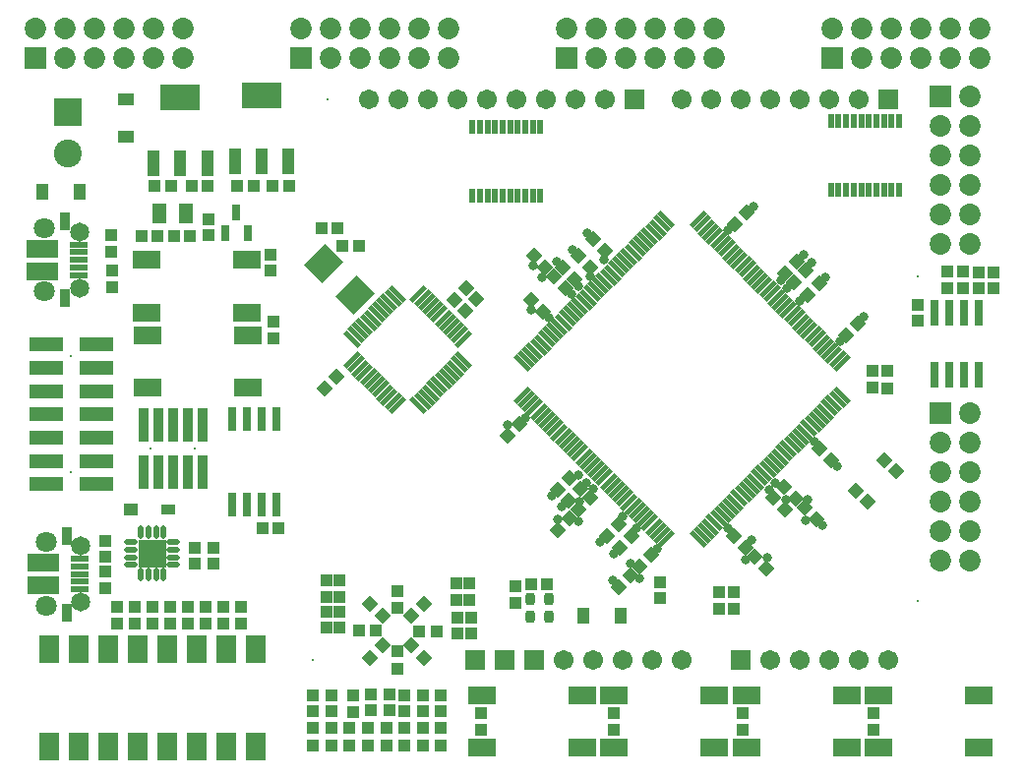
<source format=gts>
%FSLAX25Y25*%
%MOIN*%
G70*
G01*
G75*
G04 Layer_Color=8388736*
%ADD10R,0.03347X0.03150*%
G04:AMPARAMS|DCode=11|XSize=25.59mil|YSize=33.47mil|CornerRadius=6.4mil|HoleSize=0mil|Usage=FLASHONLY|Rotation=180.000|XOffset=0mil|YOffset=0mil|HoleType=Round|Shape=RoundedRectangle|*
%AMROUNDEDRECTD11*
21,1,0.02559,0.02067,0,0,180.0*
21,1,0.01280,0.03347,0,0,180.0*
1,1,0.01280,-0.00640,0.01034*
1,1,0.01280,0.00640,0.01034*
1,1,0.01280,0.00640,-0.01034*
1,1,0.01280,-0.00640,-0.01034*
%
%ADD11ROUNDEDRECTD11*%
%ADD12R,0.03150X0.03347*%
%ADD13R,0.02362X0.04724*%
%ADD14R,0.04331X0.05906*%
G04:AMPARAMS|DCode=15|XSize=33.47mil|YSize=31.5mil|CornerRadius=0mil|HoleSize=0mil|Usage=FLASHONLY|Rotation=225.000|XOffset=0mil|YOffset=0mil|HoleType=Round|Shape=Rectangle|*
%AMROTATEDRECTD15*
4,1,4,0.00070,0.02297,0.02297,0.00070,-0.00070,-0.02297,-0.02297,-0.00070,0.00070,0.02297,0.0*
%
%ADD15ROTATEDRECTD15*%

%ADD16R,0.03819X0.03543*%
%ADD17R,0.03819X0.02559*%
%ADD18R,0.08500X0.05500*%
%ADD19R,0.08661X0.08661*%
%ADD20O,0.03740X0.01181*%
%ADD21O,0.01181X0.03740*%
G04:AMPARAMS|DCode=22|XSize=33.47mil|YSize=31.5mil|CornerRadius=0mil|HoleSize=0mil|Usage=FLASHONLY|Rotation=315.000|XOffset=0mil|YOffset=0mil|HoleType=Round|Shape=Rectangle|*
%AMROTATEDRECTD22*
4,1,4,-0.02297,0.00070,-0.00070,0.02297,0.02297,-0.00070,0.00070,-0.02297,-0.02297,0.00070,0.0*
%
%ADD22ROTATEDRECTD22*%

%ADD23R,0.03543X0.08268*%
%ADD24R,0.12992X0.08268*%
%ADD25R,0.04724X0.03347*%
%ADD26R,0.05000X0.03347*%
%ADD27R,0.03347X0.04724*%
%ADD28R,0.03347X0.05000*%
%ADD29R,0.02900X0.11000*%
G04:AMPARAMS|DCode=30|XSize=78.74mil|YSize=94.49mil|CornerRadius=0mil|HoleSize=0mil|Usage=FLASHONLY|Rotation=315.000|XOffset=0mil|YOffset=0mil|HoleType=Round|Shape=Rectangle|*
%AMROTATEDRECTD30*
4,1,4,-0.06125,-0.00557,0.00557,0.06125,0.06125,0.00557,-0.00557,-0.06125,-0.06125,-0.00557,0.0*
%
%ADD30ROTATEDRECTD30*%

%ADD31R,0.06000X0.08500*%
%ADD32R,0.02362X0.08071*%
G04:AMPARAMS|DCode=33|XSize=9.84mil|YSize=59.06mil|CornerRadius=0mil|HoleSize=0mil|Usage=FLASHONLY|Rotation=45.000|XOffset=0mil|YOffset=0mil|HoleType=Round|Shape=Rectangle|*
%AMROTATEDRECTD33*
4,1,4,0.01740,-0.02436,-0.02436,0.01740,-0.01740,0.02436,0.02436,-0.01740,0.01740,-0.02436,0.0*
%
%ADD33ROTATEDRECTD33*%

G04:AMPARAMS|DCode=34|XSize=9.84mil|YSize=59.06mil|CornerRadius=0mil|HoleSize=0mil|Usage=FLASHONLY|Rotation=135.000|XOffset=0mil|YOffset=0mil|HoleType=Round|Shape=Rectangle|*
%AMROTATEDRECTD34*
4,1,4,0.02436,0.01740,-0.01740,-0.02436,-0.02436,-0.01740,0.01740,0.02436,0.02436,0.01740,0.0*
%
%ADD34ROTATEDRECTD34*%

%ADD35R,0.02362X0.07087*%
%ADD36R,0.11024X0.03937*%
%ADD37R,0.01378X0.03937*%
%ADD38R,0.05512X0.01575*%
%ADD39R,0.09843X0.05610*%
%ADD40R,0.02756X0.05610*%
%ADD41C,0.01400*%
%ADD42C,0.01200*%
%ADD43R,0.06500X0.06500*%
%ADD44C,0.06500*%
%ADD45C,0.08661*%
%ADD46R,0.06500X0.06500*%
%ADD47R,0.05906X0.05906*%
%ADD48C,0.05906*%
%ADD49C,0.06299*%
%ADD50C,0.05709*%
%ADD51C,0.02598*%
%ADD52C,0.02500*%
%ADD53C,0.01000*%
%ADD54C,0.00984*%
%ADD55C,0.00787*%
%ADD56C,0.02362*%
%ADD57C,0.00700*%
%ADD58C,0.00591*%
%ADD59C,0.00600*%
%ADD60C,0.00800*%
%ADD61C,0.00400*%
%ADD62C,0.00500*%
%ADD63R,0.04147X0.03950*%
G04:AMPARAMS|DCode=64|XSize=33.59mil|YSize=41.47mil|CornerRadius=10.4mil|HoleSize=0mil|Usage=FLASHONLY|Rotation=180.000|XOffset=0mil|YOffset=0mil|HoleType=Round|Shape=RoundedRectangle|*
%AMROUNDEDRECTD64*
21,1,0.03359,0.02067,0,0,180.0*
21,1,0.01280,0.04147,0,0,180.0*
1,1,0.02080,-0.00640,0.01034*
1,1,0.02080,0.00640,0.01034*
1,1,0.02080,0.00640,-0.01034*
1,1,0.02080,-0.00640,-0.01034*
%
%ADD64ROUNDEDRECTD64*%
%ADD65R,0.03950X0.04147*%
%ADD66R,0.03162X0.05524*%
%ADD67R,0.05131X0.06706*%
G04:AMPARAMS|DCode=68|XSize=41.47mil|YSize=39.5mil|CornerRadius=0mil|HoleSize=0mil|Usage=FLASHONLY|Rotation=225.000|XOffset=0mil|YOffset=0mil|HoleType=Round|Shape=Rectangle|*
%AMROTATEDRECTD68*
4,1,4,0.00070,0.02862,0.02862,0.00070,-0.00070,-0.02862,-0.02862,-0.00070,0.00070,0.02862,0.0*
%
%ADD68ROTATEDRECTD68*%

%ADD69R,0.04619X0.04343*%
%ADD70R,0.04619X0.03359*%
%ADD71R,0.09300X0.06300*%
%ADD72R,0.09461X0.09461*%
%ADD73O,0.04540X0.01981*%
%ADD74O,0.01981X0.04540*%
G04:AMPARAMS|DCode=75|XSize=41.47mil|YSize=39.5mil|CornerRadius=0mil|HoleSize=0mil|Usage=FLASHONLY|Rotation=315.000|XOffset=0mil|YOffset=0mil|HoleType=Round|Shape=Rectangle|*
%AMROTATEDRECTD75*
4,1,4,-0.02862,0.00070,-0.00070,0.02862,0.02862,-0.00070,0.00070,-0.02862,-0.02862,0.00070,0.0*
%
%ADD75ROTATEDRECTD75*%

%ADD76R,0.04343X0.09068*%
%ADD77R,0.13792X0.09068*%
%ADD78R,0.05524X0.04147*%
%ADD79R,0.05800X0.04147*%
%ADD80R,0.04147X0.05524*%
%ADD81R,0.04147X0.05800*%
%ADD82R,0.03700X0.11800*%
G04:AMPARAMS|DCode=83|XSize=86.74mil|YSize=102.49mil|CornerRadius=0mil|HoleSize=0mil|Usage=FLASHONLY|Rotation=315.000|XOffset=0mil|YOffset=0mil|HoleType=Round|Shape=Rectangle|*
%AMROTATEDRECTD83*
4,1,4,-0.06690,-0.00557,0.00557,0.06690,0.06690,0.00557,-0.00557,-0.06690,-0.06690,-0.00557,0.0*
%
%ADD83ROTATEDRECTD83*%

%ADD84R,0.06800X0.09300*%
%ADD85R,0.03162X0.08871*%
G04:AMPARAMS|DCode=86|XSize=17.84mil|YSize=67.06mil|CornerRadius=0mil|HoleSize=0mil|Usage=FLASHONLY|Rotation=45.000|XOffset=0mil|YOffset=0mil|HoleType=Round|Shape=Rectangle|*
%AMROTATEDRECTD86*
4,1,4,0.01740,-0.03002,-0.03002,0.01740,-0.01740,0.03002,0.03002,-0.01740,0.01740,-0.03002,0.0*
%
%ADD86ROTATEDRECTD86*%

G04:AMPARAMS|DCode=87|XSize=17.84mil|YSize=67.06mil|CornerRadius=0mil|HoleSize=0mil|Usage=FLASHONLY|Rotation=135.000|XOffset=0mil|YOffset=0mil|HoleType=Round|Shape=Rectangle|*
%AMROTATEDRECTD87*
4,1,4,0.03002,0.01740,-0.01740,-0.03002,-0.03002,-0.01740,0.01740,0.03002,0.03002,0.01740,0.0*
%
%ADD87ROTATEDRECTD87*%

%ADD88R,0.03162X0.07887*%
%ADD89R,0.11824X0.04737*%
%ADD90R,0.02178X0.04737*%
%ADD91R,0.06312X0.02375*%
%ADD92R,0.10642X0.06410*%
%ADD93R,0.03556X0.06410*%
%ADD94R,0.07300X0.07300*%
%ADD95C,0.07300*%
%ADD96C,0.09461*%
%ADD97R,0.00800X0.00800*%
%ADD98R,0.07300X0.07300*%
%ADD99C,0.00800*%
%ADD100R,0.06706X0.06706*%
%ADD101C,0.06706*%
%ADD102C,0.07099*%
%ADD103C,0.06509*%
%ADD104C,0.03300*%
D63*
X168000Y56244D02*
D03*
Y61756D02*
D03*
X64000Y180744D02*
D03*
Y186256D02*
D03*
X241900Y59856D02*
D03*
Y54344D02*
D03*
X294000Y134953D02*
D03*
Y129047D02*
D03*
X289000Y129244D02*
D03*
Y134756D02*
D03*
X237100Y54344D02*
D03*
Y59856D02*
D03*
X29000Y61244D02*
D03*
Y66756D02*
D03*
X65600Y69544D02*
D03*
Y75056D02*
D03*
X59500Y69544D02*
D03*
Y75056D02*
D03*
X29000Y77256D02*
D03*
Y71744D02*
D03*
X127900Y54447D02*
D03*
Y60353D02*
D03*
Y39753D02*
D03*
Y33847D02*
D03*
X31000Y175244D02*
D03*
Y180756D02*
D03*
X31500Y168756D02*
D03*
Y163244D02*
D03*
X85900Y145944D02*
D03*
Y151456D02*
D03*
X124243Y13753D02*
D03*
Y7847D02*
D03*
X118057Y13753D02*
D03*
Y7847D02*
D03*
X99500Y13753D02*
D03*
Y7847D02*
D03*
X111871Y13753D02*
D03*
Y7847D02*
D03*
X136614Y13753D02*
D03*
Y7847D02*
D03*
X142800Y13753D02*
D03*
Y7847D02*
D03*
X130429Y13753D02*
D03*
Y7847D02*
D03*
X105686Y13753D02*
D03*
Y7847D02*
D03*
X156500Y13244D02*
D03*
Y18756D02*
D03*
X289500Y13244D02*
D03*
Y18756D02*
D03*
X245000Y13244D02*
D03*
Y18756D02*
D03*
X201500Y13244D02*
D03*
Y18756D02*
D03*
X75000Y54756D02*
D03*
Y49244D02*
D03*
X69000Y54756D02*
D03*
Y49244D02*
D03*
X63000Y54756D02*
D03*
Y49244D02*
D03*
X57000Y54756D02*
D03*
Y49244D02*
D03*
X51000Y54756D02*
D03*
Y49244D02*
D03*
X45000D02*
D03*
Y54756D02*
D03*
X39000Y49244D02*
D03*
Y54756D02*
D03*
X33000Y49244D02*
D03*
Y54756D02*
D03*
X85100Y168744D02*
D03*
Y174256D02*
D03*
X325000Y168256D02*
D03*
Y162744D02*
D03*
X330000Y168256D02*
D03*
Y162744D02*
D03*
X217000Y63256D02*
D03*
Y57744D02*
D03*
X304500Y157256D02*
D03*
Y151744D02*
D03*
X105686Y19544D02*
D03*
Y25056D02*
D03*
X130429Y19544D02*
D03*
Y25056D02*
D03*
X142800Y19544D02*
D03*
Y25056D02*
D03*
X136614Y19544D02*
D03*
Y25056D02*
D03*
X113000Y19244D02*
D03*
Y24756D02*
D03*
X99500Y19544D02*
D03*
Y25056D02*
D03*
X119000Y19744D02*
D03*
Y25256D02*
D03*
X125500Y19744D02*
D03*
Y25256D02*
D03*
X108500Y47744D02*
D03*
Y53256D02*
D03*
X153000Y45744D02*
D03*
Y51256D02*
D03*
X104000Y47744D02*
D03*
X104000Y53256D02*
D03*
X104000Y58244D02*
D03*
X104000Y63756D02*
D03*
X108500Y58244D02*
D03*
Y63756D02*
D03*
X148000Y57244D02*
D03*
Y62756D02*
D03*
X152500Y57244D02*
D03*
Y62756D02*
D03*
X148500Y45744D02*
D03*
X148500Y51256D02*
D03*
D64*
X179496Y57602D02*
D03*
X173000D02*
D03*
Y51500D02*
D03*
X179496D02*
D03*
D65*
X178756Y62500D02*
D03*
X173244D02*
D03*
X46756Y180500D02*
D03*
X41244D02*
D03*
X135547Y46700D02*
D03*
X141453D02*
D03*
X120853Y46800D02*
D03*
X114947D02*
D03*
X115056Y177100D02*
D03*
X109544D02*
D03*
X102344Y183200D02*
D03*
X107856D02*
D03*
X57756Y180500D02*
D03*
X52244D02*
D03*
X91256Y197500D02*
D03*
X85744D02*
D03*
X45744D02*
D03*
X51256D02*
D03*
X82244Y81500D02*
D03*
X87756D02*
D03*
X79256Y197500D02*
D03*
X73744D02*
D03*
X63756D02*
D03*
X58244D02*
D03*
X314244Y163000D02*
D03*
X319756D02*
D03*
X314244Y168500D02*
D03*
X319756D02*
D03*
D66*
X69760Y181457D02*
D03*
X77240D02*
D03*
X73500Y188543D02*
D03*
D67*
X56449Y188067D02*
D03*
X47394D02*
D03*
D68*
X287249Y90451D02*
D03*
X283351Y94349D02*
D03*
X297049Y100751D02*
D03*
X293151Y104649D02*
D03*
X132883Y41817D02*
D03*
X137059Y37641D02*
D03*
X122917Y51783D02*
D03*
X118741Y55959D02*
D03*
X193449Y170051D02*
D03*
X189551Y173949D02*
D03*
X259449Y88051D02*
D03*
X255551Y91949D02*
D03*
X262949Y91551D02*
D03*
X259051Y95449D02*
D03*
X269949Y84551D02*
D03*
X266051Y88449D02*
D03*
X174251Y173749D02*
D03*
X178149Y169851D02*
D03*
X184051Y169949D02*
D03*
X187949Y166051D02*
D03*
X184949Y163051D02*
D03*
X181051Y166949D02*
D03*
X173551Y158949D02*
D03*
X177449Y155051D02*
D03*
X194551Y179449D02*
D03*
X198449Y175551D02*
D03*
X274949Y104551D02*
D03*
X271051Y108449D02*
D03*
X245949Y75051D02*
D03*
X242051Y78949D02*
D03*
X249051Y71949D02*
D03*
X252949Y68051D02*
D03*
D69*
X37819Y88000D02*
D03*
D70*
X50417D02*
D03*
D71*
X291200Y7200D02*
D03*
X325200D02*
D03*
X291200Y25000D02*
D03*
X325200D02*
D03*
X246367Y7200D02*
D03*
X280367D02*
D03*
X246367Y25000D02*
D03*
X280367D02*
D03*
X201533Y7200D02*
D03*
X235533D02*
D03*
X201533Y25000D02*
D03*
X235533D02*
D03*
X156700Y7200D02*
D03*
X190700D02*
D03*
X156700Y25000D02*
D03*
X190700D02*
D03*
X77500Y146900D02*
D03*
X43500D02*
D03*
X77500Y129100D02*
D03*
X43500D02*
D03*
X77000Y172400D02*
D03*
X43000D02*
D03*
X77000Y154600D02*
D03*
X43000D02*
D03*
D72*
X45000Y73000D02*
D03*
X16300Y222490D02*
D03*
D73*
X52185Y76839D02*
D03*
Y74279D02*
D03*
Y71720D02*
D03*
Y69161D02*
D03*
X37815D02*
D03*
Y71720D02*
D03*
Y74279D02*
D03*
Y76839D02*
D03*
D74*
X48839Y65815D02*
D03*
X46279D02*
D03*
X43720D02*
D03*
X41161D02*
D03*
Y80185D02*
D03*
X43720D02*
D03*
X46279D02*
D03*
X48839D02*
D03*
D75*
X132883Y51783D02*
D03*
X137059Y55959D02*
D03*
X122917Y41817D02*
D03*
X118741Y37641D02*
D03*
X154849Y159249D02*
D03*
X150951Y155351D02*
D03*
X151313Y162784D02*
D03*
X147416Y158887D02*
D03*
X107349Y132749D02*
D03*
X103451Y128851D02*
D03*
X210051Y68551D02*
D03*
X213949Y72449D02*
D03*
X193449Y91949D02*
D03*
X189551Y88051D02*
D03*
X199051Y79051D02*
D03*
X202949Y82949D02*
D03*
X266449Y168949D02*
D03*
X262551Y165051D02*
D03*
X186449Y84949D02*
D03*
X182551Y81051D02*
D03*
X206949Y65449D02*
D03*
X203051Y61551D02*
D03*
X189949Y94949D02*
D03*
X186051Y91051D02*
D03*
X263449Y171949D02*
D03*
X259551Y168051D02*
D03*
X246449Y188449D02*
D03*
X242551Y184551D02*
D03*
X283949Y150949D02*
D03*
X280051Y147051D02*
D03*
X270949Y164449D02*
D03*
X267051Y160551D02*
D03*
X182551Y94551D02*
D03*
X186449Y98449D02*
D03*
X203551Y75051D02*
D03*
X207449Y78949D02*
D03*
X165551Y113051D02*
D03*
X169449Y116949D02*
D03*
D76*
X72945Y205780D02*
D03*
X82000D02*
D03*
X91055D02*
D03*
X45445Y205280D02*
D03*
X54500D02*
D03*
X63555D02*
D03*
D77*
X82000Y228221D02*
D03*
X54500Y227720D02*
D03*
D78*
X36000Y214201D02*
D03*
D79*
Y226799D02*
D03*
D80*
X203799Y52000D02*
D03*
X20299Y195500D02*
D03*
D81*
X191201Y52000D02*
D03*
X7701Y195500D02*
D03*
D82*
X62000Y116500D02*
D03*
Y100500D02*
D03*
X57000Y116500D02*
D03*
Y100500D02*
D03*
X52000Y116500D02*
D03*
Y100500D02*
D03*
X47000Y116500D02*
D03*
Y100500D02*
D03*
X42000Y116500D02*
D03*
Y100500D02*
D03*
D83*
X103078Y171222D02*
D03*
X113657Y160643D02*
D03*
D84*
X10000Y7500D02*
D03*
X20000D02*
D03*
X30000D02*
D03*
X40000D02*
D03*
X50000D02*
D03*
X60000D02*
D03*
X70000D02*
D03*
X80000D02*
D03*
X10000Y40500D02*
D03*
X20000D02*
D03*
X30000D02*
D03*
X40000D02*
D03*
X50000D02*
D03*
X60000D02*
D03*
X70000D02*
D03*
X80000D02*
D03*
D85*
X320000Y154532D02*
D03*
X315000D02*
D03*
Y133469D02*
D03*
X310000Y154532D02*
D03*
X325000Y133469D02*
D03*
X320000D02*
D03*
X310000D02*
D03*
X325000Y154532D02*
D03*
D86*
X170353Y137429D02*
D03*
X171745Y138821D02*
D03*
X173137Y140213D02*
D03*
X174529Y141604D02*
D03*
X175921Y142997D02*
D03*
X177313Y144388D02*
D03*
X178705Y145780D02*
D03*
X180097Y147172D02*
D03*
X181489Y148564D02*
D03*
X182881Y149956D02*
D03*
X184273Y151348D02*
D03*
X185665Y152740D02*
D03*
X187057Y154132D02*
D03*
X188449Y155524D02*
D03*
X189840Y156916D02*
D03*
X191233Y158308D02*
D03*
X192625Y159700D02*
D03*
X194017Y161092D02*
D03*
X195408Y162484D02*
D03*
X196800Y163875D02*
D03*
X198192Y165268D02*
D03*
X199584Y166659D02*
D03*
X200976Y168051D02*
D03*
X202368Y169443D02*
D03*
X203760Y170835D02*
D03*
X205152Y172227D02*
D03*
X206544Y173619D02*
D03*
X207936Y175011D02*
D03*
X209328Y176403D02*
D03*
X210720Y177795D02*
D03*
X212112Y179187D02*
D03*
X213504Y180579D02*
D03*
X214896Y181971D02*
D03*
X216288Y183363D02*
D03*
X217680Y184755D02*
D03*
X219071Y186147D02*
D03*
X278646Y126572D02*
D03*
X277255Y125180D02*
D03*
X275863Y123788D02*
D03*
X274471Y122396D02*
D03*
X273079Y121004D02*
D03*
X271687Y119612D02*
D03*
X270295Y118220D02*
D03*
X268903Y116828D02*
D03*
X267511Y115436D02*
D03*
X266119Y114044D02*
D03*
X264727Y112652D02*
D03*
X263335Y111260D02*
D03*
X261943Y109868D02*
D03*
X260551Y108476D02*
D03*
X259159Y107084D02*
D03*
X257767Y105692D02*
D03*
X256376Y104300D02*
D03*
X254984Y102909D02*
D03*
X253591Y101516D02*
D03*
X252200Y100125D02*
D03*
X250808Y98733D02*
D03*
X249416Y97341D02*
D03*
X248024Y95949D02*
D03*
X246632Y94557D02*
D03*
X245240Y93165D02*
D03*
X243848Y91773D02*
D03*
X242456Y90381D02*
D03*
X241064Y88989D02*
D03*
X239672Y87597D02*
D03*
X238280Y86205D02*
D03*
X236888Y84813D02*
D03*
X235496Y83421D02*
D03*
X234104Y82029D02*
D03*
X232713Y80637D02*
D03*
X231321Y79246D02*
D03*
X229928Y77853D02*
D03*
X150530Y138481D02*
D03*
X149138Y137089D02*
D03*
X147747Y135697D02*
D03*
X146355Y134305D02*
D03*
X144963Y132913D02*
D03*
X143571Y131521D02*
D03*
X142179Y130129D02*
D03*
X140787Y128737D02*
D03*
X139395Y127345D02*
D03*
X138003Y125953D02*
D03*
X136611Y124562D02*
D03*
X135219Y123170D02*
D03*
X112670Y145719D02*
D03*
X114061Y147111D02*
D03*
X115454Y148503D02*
D03*
X116845Y149895D02*
D03*
X118237Y151287D02*
D03*
X119629Y152679D02*
D03*
X121021Y154071D02*
D03*
X122413Y155463D02*
D03*
X123805Y156855D02*
D03*
X125197Y158247D02*
D03*
X126589Y159639D02*
D03*
X127981Y161030D02*
D03*
D87*
X229928Y186147D02*
D03*
X231321Y184755D02*
D03*
X232713Y183363D02*
D03*
X234104Y181971D02*
D03*
X235496Y180579D02*
D03*
X236888Y179187D02*
D03*
X238280Y177795D02*
D03*
X239672Y176403D02*
D03*
X241064Y175011D02*
D03*
X242456Y173619D02*
D03*
X243848Y172227D02*
D03*
X245240Y170835D02*
D03*
X246632Y169443D02*
D03*
X248024Y168051D02*
D03*
X249416Y166659D02*
D03*
X250808Y165268D02*
D03*
X252200Y163875D02*
D03*
X253591Y162484D02*
D03*
X254983Y161092D02*
D03*
X256376Y159700D02*
D03*
X257767Y158308D02*
D03*
X259159Y156916D02*
D03*
X260551Y155524D02*
D03*
X261943Y154132D02*
D03*
X263335Y152740D02*
D03*
X264727Y151348D02*
D03*
X266119Y149956D02*
D03*
X267511Y148564D02*
D03*
X268903Y147172D02*
D03*
X270295Y145780D02*
D03*
X271687Y144388D02*
D03*
X273079Y142996D02*
D03*
X274471Y141604D02*
D03*
X275863Y140213D02*
D03*
X277255Y138821D02*
D03*
X278646Y137429D02*
D03*
X219071Y77853D02*
D03*
X217680Y79246D02*
D03*
X216287Y80637D02*
D03*
X214896Y82029D02*
D03*
X213504Y83421D02*
D03*
X212112Y84813D02*
D03*
X210720Y86205D02*
D03*
X209328Y87597D02*
D03*
X207936Y88989D02*
D03*
X206544Y90381D02*
D03*
X205152Y91773D02*
D03*
X203760Y93165D02*
D03*
X202368Y94557D02*
D03*
X200976Y95949D02*
D03*
X199584Y97341D02*
D03*
X198192Y98733D02*
D03*
X196800Y100125D02*
D03*
X195408Y101516D02*
D03*
X194017Y102909D02*
D03*
X192625Y104300D02*
D03*
X191233Y105692D02*
D03*
X189840Y107084D02*
D03*
X188449Y108476D02*
D03*
X187057Y109868D02*
D03*
X185665Y111260D02*
D03*
X184273Y112652D02*
D03*
X182881Y114044D02*
D03*
X181489Y115436D02*
D03*
X180097Y116828D02*
D03*
X178705Y118220D02*
D03*
X177313Y119612D02*
D03*
X175921Y121004D02*
D03*
X174529Y122396D02*
D03*
X173137Y123788D02*
D03*
X171745Y125180D02*
D03*
X170353Y126572D02*
D03*
X135219Y161030D02*
D03*
X136611Y159639D02*
D03*
X138003Y158247D02*
D03*
X139395Y156855D02*
D03*
X140787Y155463D02*
D03*
X142179Y154071D02*
D03*
X143571Y152679D02*
D03*
X144963Y151287D02*
D03*
X146355Y149895D02*
D03*
X147747Y148503D02*
D03*
X149138Y147111D02*
D03*
X150530Y145719D02*
D03*
X127981Y123170D02*
D03*
X126589Y124562D02*
D03*
X125197Y125953D02*
D03*
X123805Y127345D02*
D03*
X122413Y128737D02*
D03*
X121021Y130129D02*
D03*
X119629Y131521D02*
D03*
X118237Y132913D02*
D03*
X116845Y134305D02*
D03*
X115454Y135697D02*
D03*
X114061Y137089D02*
D03*
X112670Y138481D02*
D03*
D88*
X72000Y89433D02*
D03*
X77000D02*
D03*
X82000D02*
D03*
X87000D02*
D03*
X72000Y118567D02*
D03*
X77000D02*
D03*
X82000D02*
D03*
X87000D02*
D03*
D89*
X26000Y96500D02*
D03*
X9071D02*
D03*
X26000Y104374D02*
D03*
X9071D02*
D03*
X26000Y112248D02*
D03*
X9071D02*
D03*
X26000Y120122D02*
D03*
X9071D02*
D03*
X26000Y127996D02*
D03*
X9071D02*
D03*
X26000Y135870D02*
D03*
X9071D02*
D03*
X26000Y143744D02*
D03*
X9071D02*
D03*
D90*
X298016Y219614D02*
D03*
X295457D02*
D03*
X292898D02*
D03*
X290339D02*
D03*
X287779D02*
D03*
X285221D02*
D03*
X282661D02*
D03*
X280102D02*
D03*
X277543D02*
D03*
X274984D02*
D03*
X298016Y196386D02*
D03*
X295457D02*
D03*
X292898D02*
D03*
X290339D02*
D03*
X287779D02*
D03*
X285221D02*
D03*
X282661D02*
D03*
X280102D02*
D03*
X277543D02*
D03*
X274984D02*
D03*
X176516Y217614D02*
D03*
X173957D02*
D03*
X171398D02*
D03*
X168839D02*
D03*
X166279D02*
D03*
X163721D02*
D03*
X161161D02*
D03*
X158602D02*
D03*
X156043D02*
D03*
X153484D02*
D03*
X176516Y194386D02*
D03*
X173957D02*
D03*
X171398D02*
D03*
X168839D02*
D03*
X166279D02*
D03*
X163721D02*
D03*
X161161D02*
D03*
X158602D02*
D03*
X156043D02*
D03*
X153484D02*
D03*
D91*
X19929Y177618D02*
D03*
Y175059D02*
D03*
Y167382D02*
D03*
Y169941D02*
D03*
Y172500D02*
D03*
X20429Y71118D02*
D03*
Y68559D02*
D03*
Y60882D02*
D03*
Y63441D02*
D03*
Y66000D02*
D03*
D92*
X7642Y168711D02*
D03*
Y176289D02*
D03*
X8142Y62211D02*
D03*
Y69789D02*
D03*
D93*
X15516Y185492D02*
D03*
Y159508D02*
D03*
X16016Y78992D02*
D03*
Y53008D02*
D03*
D94*
X275300Y240800D02*
D03*
X185300D02*
D03*
X5300D02*
D03*
X95300D02*
D03*
D95*
X285300D02*
D03*
X295300D02*
D03*
X305300D02*
D03*
X315300D02*
D03*
X325300D02*
D03*
X275300Y250800D02*
D03*
X285300D02*
D03*
X295300D02*
D03*
X305300D02*
D03*
X315300D02*
D03*
X325300D02*
D03*
X195300Y240800D02*
D03*
X205300D02*
D03*
X215300D02*
D03*
X225300D02*
D03*
X235300D02*
D03*
X185300Y250800D02*
D03*
X195300D02*
D03*
X205300D02*
D03*
X215300D02*
D03*
X225300D02*
D03*
X235300D02*
D03*
X15300Y240800D02*
D03*
X25300D02*
D03*
X35300D02*
D03*
X45300D02*
D03*
X55300D02*
D03*
X5300Y250800D02*
D03*
X15300D02*
D03*
X25300D02*
D03*
X35300D02*
D03*
X45300D02*
D03*
X55300D02*
D03*
X105300Y240800D02*
D03*
X115300D02*
D03*
X125300D02*
D03*
X135300D02*
D03*
X145300D02*
D03*
X95300Y250800D02*
D03*
X105300D02*
D03*
X115300D02*
D03*
X125300D02*
D03*
X135300D02*
D03*
X145300D02*
D03*
X322000Y70500D02*
D03*
Y80500D02*
D03*
Y90500D02*
D03*
Y100500D02*
D03*
Y110500D02*
D03*
Y120500D02*
D03*
X312000Y70500D02*
D03*
Y80500D02*
D03*
Y90500D02*
D03*
Y100500D02*
D03*
Y110500D02*
D03*
Y218000D02*
D03*
Y208000D02*
D03*
Y198000D02*
D03*
Y188000D02*
D03*
Y178000D02*
D03*
X322000Y228000D02*
D03*
Y218000D02*
D03*
Y208000D02*
D03*
Y198000D02*
D03*
Y188000D02*
D03*
Y178000D02*
D03*
D96*
X16300Y208710D02*
D03*
D97*
X59500Y108500D02*
D03*
X44500D02*
D03*
X104500Y227000D02*
D03*
X304500Y57000D02*
D03*
Y167000D02*
D03*
X99500Y37000D02*
D03*
D98*
X312000Y120500D02*
D03*
Y228000D02*
D03*
D99*
X17535Y100437D02*
D03*
Y139807D02*
D03*
D100*
X174500Y37000D02*
D03*
X244500D02*
D03*
X294500Y227000D02*
D03*
X208500D02*
D03*
X164500Y37000D02*
D03*
X154500D02*
D03*
D101*
X184500D02*
D03*
X194500D02*
D03*
X204500D02*
D03*
X214500D02*
D03*
X224500D02*
D03*
X254500D02*
D03*
X264500D02*
D03*
X274500D02*
D03*
X284500D02*
D03*
X294500D02*
D03*
X284500Y227000D02*
D03*
X274500D02*
D03*
X264500D02*
D03*
X254500D02*
D03*
X244500D02*
D03*
X234500D02*
D03*
X224500D02*
D03*
X198500D02*
D03*
X188500D02*
D03*
X178500D02*
D03*
X168500D02*
D03*
X158500D02*
D03*
X148500D02*
D03*
X138500D02*
D03*
X128500D02*
D03*
X118500D02*
D03*
D102*
X8429Y161772D02*
D03*
Y183228D02*
D03*
X8929Y55272D02*
D03*
Y76728D02*
D03*
D103*
X20358Y182047D02*
D03*
Y162953D02*
D03*
X20858Y75547D02*
D03*
Y56453D02*
D03*
D104*
X187000Y161000D02*
D03*
X189500Y163500D02*
D03*
X193500Y167000D02*
D03*
X198000Y172500D02*
D03*
X179500Y153000D02*
D03*
X171500Y119000D02*
D03*
X189500Y99500D02*
D03*
X192000Y97000D02*
D03*
X194500Y95000D02*
D03*
X204500Y85500D02*
D03*
X209000Y81500D02*
D03*
X216000Y74500D02*
D03*
X240000Y81500D02*
D03*
X254000Y94500D02*
D03*
X256000Y97000D02*
D03*
X269500Y111000D02*
D03*
X278000Y145000D02*
D03*
X264500Y158500D02*
D03*
X260000Y163000D02*
D03*
X258000Y165500D02*
D03*
X240000Y182500D02*
D03*
X272000Y82500D02*
D03*
X277000Y102500D02*
D03*
X248000Y77500D02*
D03*
X253500Y71500D02*
D03*
X206900Y69600D02*
D03*
X200900Y63800D02*
D03*
X201300Y72900D02*
D03*
X196800Y77000D02*
D03*
X183800Y88900D02*
D03*
X189800Y90700D02*
D03*
X180400Y92400D02*
D03*
X182300Y84600D02*
D03*
X165300Y116500D02*
D03*
X173300Y155600D02*
D03*
X181900Y172000D02*
D03*
X174000Y170400D02*
D03*
X187400Y176000D02*
D03*
X192300Y181600D02*
D03*
X248600Y190600D02*
D03*
X265700Y174300D02*
D03*
X268400Y171600D02*
D03*
X272900Y166700D02*
D03*
X286100Y153300D02*
D03*
X189300Y83900D02*
D03*
X267100Y91300D02*
D03*
X259700D02*
D03*
X266400Y84300D02*
D03*
X176900Y166400D02*
D03*
X209900Y64400D02*
D03*
X246200Y70900D02*
D03*
M02*

</source>
